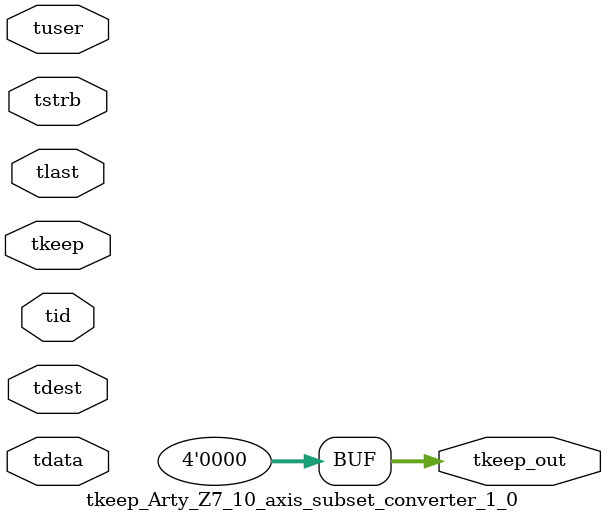
<source format=v>


`timescale 1ps/1ps

module tkeep_Arty_Z7_10_axis_subset_converter_1_0 #
(
parameter C_S_AXIS_TDATA_WIDTH = 32,
parameter C_S_AXIS_TUSER_WIDTH = 0,
parameter C_S_AXIS_TID_WIDTH   = 0,
parameter C_S_AXIS_TDEST_WIDTH = 0,
parameter C_M_AXIS_TDATA_WIDTH = 32
)
(
input  [(C_S_AXIS_TDATA_WIDTH == 0 ? 1 : C_S_AXIS_TDATA_WIDTH)-1:0     ] tdata,
input  [(C_S_AXIS_TUSER_WIDTH == 0 ? 1 : C_S_AXIS_TUSER_WIDTH)-1:0     ] tuser,
input  [(C_S_AXIS_TID_WIDTH   == 0 ? 1 : C_S_AXIS_TID_WIDTH)-1:0       ] tid,
input  [(C_S_AXIS_TDEST_WIDTH == 0 ? 1 : C_S_AXIS_TDEST_WIDTH)-1:0     ] tdest,
input  [(C_S_AXIS_TDATA_WIDTH/8)-1:0 ] tkeep,
input  [(C_S_AXIS_TDATA_WIDTH/8)-1:0 ] tstrb,
input                                                                    tlast,
output [(C_M_AXIS_TDATA_WIDTH/8)-1:0 ] tkeep_out
);

assign tkeep_out = {1'b0};

endmodule


</source>
